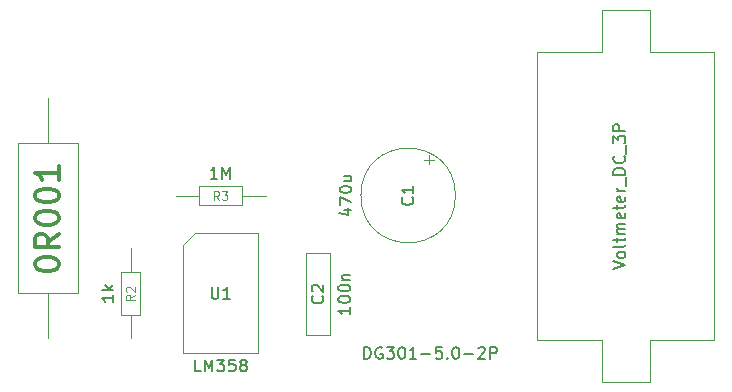
<source format=gbr>
%TF.GenerationSoftware,KiCad,Pcbnew,5.1.5+dfsg1-2build2*%
%TF.CreationDate,2020-09-04T09:29:52+02:00*%
%TF.ProjectId,amp-meter-dc,616d702d-6d65-4746-9572-2d64632e6b69,rev?*%
%TF.SameCoordinates,PX1dac6f8PY6049a88*%
%TF.FileFunction,Other,Fab,Top*%
%FSLAX46Y46*%
G04 Gerber Fmt 4.6, Leading zero omitted, Abs format (unit mm)*
G04 Created by KiCad (PCBNEW 5.1.5+dfsg1-2build2) date 2020-09-04 09:29:52*
%MOMM*%
%LPD*%
G04 APERTURE LIST*
%ADD10C,0.120000*%
%ADD11C,0.100000*%
%ADD12C,0.150000*%
%ADD13C,0.300000*%
%ADD14C,0.108000*%
G04 APERTURE END LIST*
D10*
%TO.C,U2*%
X60840000Y4318000D02*
X55372000Y4318000D01*
X60840000Y28702000D02*
X60840000Y4318000D01*
X55372000Y28702000D02*
X60840000Y28702000D01*
X45840000Y28702000D02*
X51308000Y28702000D01*
X45840000Y4318000D02*
X45840000Y28702000D01*
X51308000Y4318000D02*
X45840000Y4318000D01*
X51308000Y32258000D02*
X51308000Y28702000D01*
X55372000Y32258000D02*
X51308000Y32258000D01*
X55372000Y28702000D02*
X55372000Y32258000D01*
X51308000Y762000D02*
X51308000Y4318000D01*
X55372000Y762000D02*
X51308000Y762000D01*
X55372000Y4318000D02*
X55372000Y762000D01*
%TO.C,R1*%
X4445000Y6985000D02*
X4445000Y4445000D01*
X1905000Y20955000D02*
X4445000Y20955000D01*
X1905000Y8255000D02*
X1905000Y20955000D01*
X6985000Y8255000D02*
X1905000Y8255000D01*
X6985000Y20955000D02*
X6985000Y8255000D01*
X4445000Y20955000D02*
X6985000Y20955000D01*
X4445000Y24765000D02*
X4445000Y20955000D01*
X1905000Y20955000D02*
X4445000Y20955000D01*
X1905000Y8255000D02*
X1905000Y20955000D01*
X6985000Y8255000D02*
X1905000Y8255000D01*
X6985000Y20955000D02*
X6985000Y8255000D01*
X4445000Y20955000D02*
X6985000Y20955000D01*
X4445000Y4445000D02*
X4445000Y8255000D01*
X4445000Y24765000D02*
X4445000Y20955000D01*
D11*
%TO.C,C1*%
X38925000Y16550000D02*
G75*
G03X38925000Y16550000I-4000000J0D01*
G01*
X36672500Y19976759D02*
X36672500Y19176759D01*
X37072500Y19576759D02*
X36272500Y19576759D01*
%TO.C,C2*%
X26305000Y4715000D02*
X28305000Y4715000D01*
X28305000Y4715000D02*
X28305000Y11715000D01*
X28305000Y11715000D02*
X26305000Y11715000D01*
X26305000Y11715000D02*
X26305000Y4715000D01*
%TO.C,R2*%
X12230000Y10055000D02*
X10630000Y10055000D01*
X10630000Y10055000D02*
X10630000Y6455000D01*
X10630000Y6455000D02*
X12230000Y6455000D01*
X12230000Y6455000D02*
X12230000Y10055000D01*
X11430000Y12065000D02*
X11430000Y10055000D01*
X11430000Y4445000D02*
X11430000Y6455000D01*
%TO.C,R3*%
X15240000Y16510000D02*
X17250000Y16510000D01*
X22860000Y16510000D02*
X20850000Y16510000D01*
X17250000Y15710000D02*
X20850000Y15710000D01*
X17250000Y17310000D02*
X17250000Y15710000D01*
X20850000Y17310000D02*
X17250000Y17310000D01*
X20850000Y15710000D02*
X20850000Y17310000D01*
%TO.C,U1*%
X16875000Y13335000D02*
X22225000Y13335000D01*
X22225000Y13335000D02*
X22225000Y3175000D01*
X22225000Y3175000D02*
X15875000Y3175000D01*
X15875000Y3175000D02*
X15875000Y12335000D01*
X15875000Y12335000D02*
X16875000Y13335000D01*
%TD*%
%TO.C,U2*%
D12*
X52292380Y10319524D02*
X53292380Y10652858D01*
X52292380Y10986191D01*
X53292380Y11462381D02*
X53244761Y11367143D01*
X53197142Y11319524D01*
X53101904Y11271905D01*
X52816190Y11271905D01*
X52720952Y11319524D01*
X52673333Y11367143D01*
X52625714Y11462381D01*
X52625714Y11605239D01*
X52673333Y11700477D01*
X52720952Y11748096D01*
X52816190Y11795715D01*
X53101904Y11795715D01*
X53197142Y11748096D01*
X53244761Y11700477D01*
X53292380Y11605239D01*
X53292380Y11462381D01*
X53292380Y12367143D02*
X53244761Y12271905D01*
X53149523Y12224286D01*
X52292380Y12224286D01*
X52625714Y12605239D02*
X52625714Y12986191D01*
X52292380Y12748096D02*
X53149523Y12748096D01*
X53244761Y12795715D01*
X53292380Y12890953D01*
X53292380Y12986191D01*
X53292380Y13319524D02*
X52625714Y13319524D01*
X52720952Y13319524D02*
X52673333Y13367143D01*
X52625714Y13462381D01*
X52625714Y13605239D01*
X52673333Y13700477D01*
X52768571Y13748096D01*
X53292380Y13748096D01*
X52768571Y13748096D02*
X52673333Y13795715D01*
X52625714Y13890953D01*
X52625714Y14033810D01*
X52673333Y14129048D01*
X52768571Y14176667D01*
X53292380Y14176667D01*
X53244761Y15033810D02*
X53292380Y14938572D01*
X53292380Y14748096D01*
X53244761Y14652858D01*
X53149523Y14605239D01*
X52768571Y14605239D01*
X52673333Y14652858D01*
X52625714Y14748096D01*
X52625714Y14938572D01*
X52673333Y15033810D01*
X52768571Y15081429D01*
X52863809Y15081429D01*
X52959047Y14605239D01*
X52625714Y15367143D02*
X52625714Y15748096D01*
X52292380Y15510000D02*
X53149523Y15510000D01*
X53244761Y15557620D01*
X53292380Y15652858D01*
X53292380Y15748096D01*
X53244761Y16462381D02*
X53292380Y16367143D01*
X53292380Y16176667D01*
X53244761Y16081429D01*
X53149523Y16033810D01*
X52768571Y16033810D01*
X52673333Y16081429D01*
X52625714Y16176667D01*
X52625714Y16367143D01*
X52673333Y16462381D01*
X52768571Y16510000D01*
X52863809Y16510000D01*
X52959047Y16033810D01*
X53292380Y16938572D02*
X52625714Y16938572D01*
X52816190Y16938572D02*
X52720952Y16986191D01*
X52673333Y17033810D01*
X52625714Y17129048D01*
X52625714Y17224286D01*
X53387619Y17319524D02*
X53387619Y18081429D01*
X53292380Y18319524D02*
X52292380Y18319524D01*
X52292380Y18557620D01*
X52340000Y18700477D01*
X52435238Y18795715D01*
X52530476Y18843334D01*
X52720952Y18890953D01*
X52863809Y18890953D01*
X53054285Y18843334D01*
X53149523Y18795715D01*
X53244761Y18700477D01*
X53292380Y18557620D01*
X53292380Y18319524D01*
X53197142Y19890953D02*
X53244761Y19843334D01*
X53292380Y19700477D01*
X53292380Y19605239D01*
X53244761Y19462381D01*
X53149523Y19367143D01*
X53054285Y19319524D01*
X52863809Y19271905D01*
X52720952Y19271905D01*
X52530476Y19319524D01*
X52435238Y19367143D01*
X52340000Y19462381D01*
X52292380Y19605239D01*
X52292380Y19700477D01*
X52340000Y19843334D01*
X52387619Y19890953D01*
X53387619Y20081429D02*
X53387619Y20843334D01*
X52292380Y20986191D02*
X52292380Y21605239D01*
X52673333Y21271905D01*
X52673333Y21414762D01*
X52720952Y21510000D01*
X52768571Y21557620D01*
X52863809Y21605239D01*
X53101904Y21605239D01*
X53197142Y21557620D01*
X53244761Y21510000D01*
X53292380Y21414762D01*
X53292380Y21129048D01*
X53244761Y21033810D01*
X53197142Y20986191D01*
X53292380Y22033810D02*
X52292380Y22033810D01*
X52292380Y22414762D01*
X52340000Y22510000D01*
X52387619Y22557620D01*
X52482857Y22605239D01*
X52625714Y22605239D01*
X52720952Y22557620D01*
X52768571Y22510000D01*
X52816190Y22414762D01*
X52816190Y22033810D01*
%TO.C,R1*%
D13*
X3349761Y10652620D02*
X3349761Y10843096D01*
X3445000Y11033572D01*
X3540238Y11128810D01*
X3730714Y11224048D01*
X4111666Y11319286D01*
X4587857Y11319286D01*
X4968809Y11224048D01*
X5159285Y11128810D01*
X5254523Y11033572D01*
X5349761Y10843096D01*
X5349761Y10652620D01*
X5254523Y10462143D01*
X5159285Y10366905D01*
X4968809Y10271667D01*
X4587857Y10176429D01*
X4111666Y10176429D01*
X3730714Y10271667D01*
X3540238Y10366905D01*
X3445000Y10462143D01*
X3349761Y10652620D01*
X5349761Y13319286D02*
X4397380Y12652620D01*
X5349761Y12176429D02*
X3349761Y12176429D01*
X3349761Y12938334D01*
X3445000Y13128810D01*
X3540238Y13224048D01*
X3730714Y13319286D01*
X4016428Y13319286D01*
X4206904Y13224048D01*
X4302142Y13128810D01*
X4397380Y12938334D01*
X4397380Y12176429D01*
X3349761Y14557381D02*
X3349761Y14747858D01*
X3445000Y14938334D01*
X3540238Y15033572D01*
X3730714Y15128810D01*
X4111666Y15224048D01*
X4587857Y15224048D01*
X4968809Y15128810D01*
X5159285Y15033572D01*
X5254523Y14938334D01*
X5349761Y14747858D01*
X5349761Y14557381D01*
X5254523Y14366905D01*
X5159285Y14271667D01*
X4968809Y14176429D01*
X4587857Y14081191D01*
X4111666Y14081191D01*
X3730714Y14176429D01*
X3540238Y14271667D01*
X3445000Y14366905D01*
X3349761Y14557381D01*
X3349761Y16462143D02*
X3349761Y16652620D01*
X3445000Y16843096D01*
X3540238Y16938334D01*
X3730714Y17033572D01*
X4111666Y17128810D01*
X4587857Y17128810D01*
X4968809Y17033572D01*
X5159285Y16938334D01*
X5254523Y16843096D01*
X5349761Y16652620D01*
X5349761Y16462143D01*
X5254523Y16271667D01*
X5159285Y16176429D01*
X4968809Y16081191D01*
X4587857Y15985953D01*
X4111666Y15985953D01*
X3730714Y16081191D01*
X3540238Y16176429D01*
X3445000Y16271667D01*
X3349761Y16462143D01*
X5349761Y19033572D02*
X5349761Y17890715D01*
X5349761Y18462143D02*
X3349761Y18462143D01*
X3635476Y18271667D01*
X3825952Y18081191D01*
X3921190Y17890715D01*
%TO.C,C1*%
D12*
X29460714Y15335715D02*
X30127380Y15335715D01*
X29079761Y15097620D02*
X29794047Y14859524D01*
X29794047Y15478572D01*
X29127380Y15764286D02*
X29127380Y16430953D01*
X30127380Y16002381D01*
X29127380Y17002381D02*
X29127380Y17097620D01*
X29175000Y17192858D01*
X29222619Y17240477D01*
X29317857Y17288096D01*
X29508333Y17335715D01*
X29746428Y17335715D01*
X29936904Y17288096D01*
X30032142Y17240477D01*
X30079761Y17192858D01*
X30127380Y17097620D01*
X30127380Y17002381D01*
X30079761Y16907143D01*
X30032142Y16859524D01*
X29936904Y16811905D01*
X29746428Y16764286D01*
X29508333Y16764286D01*
X29317857Y16811905D01*
X29222619Y16859524D01*
X29175000Y16907143D01*
X29127380Y17002381D01*
X29460714Y18192858D02*
X30127380Y18192858D01*
X29460714Y17764286D02*
X29984523Y17764286D01*
X30079761Y17811905D01*
X30127380Y17907143D01*
X30127380Y18050000D01*
X30079761Y18145239D01*
X30032142Y18192858D01*
X35282142Y16383334D02*
X35329761Y16335715D01*
X35377380Y16192858D01*
X35377380Y16097620D01*
X35329761Y15954762D01*
X35234523Y15859524D01*
X35139285Y15811905D01*
X34948809Y15764286D01*
X34805952Y15764286D01*
X34615476Y15811905D01*
X34520238Y15859524D01*
X34425000Y15954762D01*
X34377380Y16097620D01*
X34377380Y16192858D01*
X34425000Y16335715D01*
X34472619Y16383334D01*
X35377380Y17335715D02*
X35377380Y16764286D01*
X35377380Y17050000D02*
X34377380Y17050000D01*
X34520238Y16954762D01*
X34615476Y16859524D01*
X34663095Y16764286D01*
%TO.C,C2*%
X30007380Y7095953D02*
X30007380Y6524524D01*
X30007380Y6810239D02*
X29007380Y6810239D01*
X29150238Y6715000D01*
X29245476Y6619762D01*
X29293095Y6524524D01*
X29007380Y7715000D02*
X29007380Y7810239D01*
X29055000Y7905477D01*
X29102619Y7953096D01*
X29197857Y8000715D01*
X29388333Y8048334D01*
X29626428Y8048334D01*
X29816904Y8000715D01*
X29912142Y7953096D01*
X29959761Y7905477D01*
X30007380Y7810239D01*
X30007380Y7715000D01*
X29959761Y7619762D01*
X29912142Y7572143D01*
X29816904Y7524524D01*
X29626428Y7476905D01*
X29388333Y7476905D01*
X29197857Y7524524D01*
X29102619Y7572143D01*
X29055000Y7619762D01*
X29007380Y7715000D01*
X29007380Y8667381D02*
X29007380Y8762620D01*
X29055000Y8857858D01*
X29102619Y8905477D01*
X29197857Y8953096D01*
X29388333Y9000715D01*
X29626428Y9000715D01*
X29816904Y8953096D01*
X29912142Y8905477D01*
X29959761Y8857858D01*
X30007380Y8762620D01*
X30007380Y8667381D01*
X29959761Y8572143D01*
X29912142Y8524524D01*
X29816904Y8476905D01*
X29626428Y8429286D01*
X29388333Y8429286D01*
X29197857Y8476905D01*
X29102619Y8524524D01*
X29055000Y8572143D01*
X29007380Y8667381D01*
X29340714Y9429286D02*
X30007380Y9429286D01*
X29435952Y9429286D02*
X29388333Y9476905D01*
X29340714Y9572143D01*
X29340714Y9715000D01*
X29388333Y9810239D01*
X29483571Y9857858D01*
X30007380Y9857858D01*
X27662142Y8048334D02*
X27709761Y8000715D01*
X27757380Y7857858D01*
X27757380Y7762620D01*
X27709761Y7619762D01*
X27614523Y7524524D01*
X27519285Y7476905D01*
X27328809Y7429286D01*
X27185952Y7429286D01*
X26995476Y7476905D01*
X26900238Y7524524D01*
X26805000Y7619762D01*
X26757380Y7762620D01*
X26757380Y7857858D01*
X26805000Y8000715D01*
X26852619Y8048334D01*
X26852619Y8429286D02*
X26805000Y8476905D01*
X26757380Y8572143D01*
X26757380Y8810239D01*
X26805000Y8905477D01*
X26852619Y8953096D01*
X26947857Y9000715D01*
X27043095Y9000715D01*
X27185952Y8953096D01*
X27757380Y8381667D01*
X27757380Y9000715D01*
%TO.C,J1*%
X31194761Y2722620D02*
X31194761Y3722620D01*
X31432857Y3722620D01*
X31575714Y3675000D01*
X31670952Y3579762D01*
X31718571Y3484524D01*
X31766190Y3294048D01*
X31766190Y3151191D01*
X31718571Y2960715D01*
X31670952Y2865477D01*
X31575714Y2770239D01*
X31432857Y2722620D01*
X31194761Y2722620D01*
X32718571Y3675000D02*
X32623333Y3722620D01*
X32480476Y3722620D01*
X32337619Y3675000D01*
X32242380Y3579762D01*
X32194761Y3484524D01*
X32147142Y3294048D01*
X32147142Y3151191D01*
X32194761Y2960715D01*
X32242380Y2865477D01*
X32337619Y2770239D01*
X32480476Y2722620D01*
X32575714Y2722620D01*
X32718571Y2770239D01*
X32766190Y2817858D01*
X32766190Y3151191D01*
X32575714Y3151191D01*
X33099523Y3722620D02*
X33718571Y3722620D01*
X33385238Y3341667D01*
X33528095Y3341667D01*
X33623333Y3294048D01*
X33670952Y3246429D01*
X33718571Y3151191D01*
X33718571Y2913096D01*
X33670952Y2817858D01*
X33623333Y2770239D01*
X33528095Y2722620D01*
X33242380Y2722620D01*
X33147142Y2770239D01*
X33099523Y2817858D01*
X34337619Y3722620D02*
X34432857Y3722620D01*
X34528095Y3675000D01*
X34575714Y3627381D01*
X34623333Y3532143D01*
X34670952Y3341667D01*
X34670952Y3103572D01*
X34623333Y2913096D01*
X34575714Y2817858D01*
X34528095Y2770239D01*
X34432857Y2722620D01*
X34337619Y2722620D01*
X34242380Y2770239D01*
X34194761Y2817858D01*
X34147142Y2913096D01*
X34099523Y3103572D01*
X34099523Y3341667D01*
X34147142Y3532143D01*
X34194761Y3627381D01*
X34242380Y3675000D01*
X34337619Y3722620D01*
X35623333Y2722620D02*
X35051904Y2722620D01*
X35337619Y2722620D02*
X35337619Y3722620D01*
X35242380Y3579762D01*
X35147142Y3484524D01*
X35051904Y3436905D01*
X36051904Y3103572D02*
X36813809Y3103572D01*
X37766190Y3722620D02*
X37290000Y3722620D01*
X37242380Y3246429D01*
X37290000Y3294048D01*
X37385238Y3341667D01*
X37623333Y3341667D01*
X37718571Y3294048D01*
X37766190Y3246429D01*
X37813809Y3151191D01*
X37813809Y2913096D01*
X37766190Y2817858D01*
X37718571Y2770239D01*
X37623333Y2722620D01*
X37385238Y2722620D01*
X37290000Y2770239D01*
X37242380Y2817858D01*
X38242380Y2817858D02*
X38290000Y2770239D01*
X38242380Y2722620D01*
X38194761Y2770239D01*
X38242380Y2817858D01*
X38242380Y2722620D01*
X38909047Y3722620D02*
X39004285Y3722620D01*
X39099523Y3675000D01*
X39147142Y3627381D01*
X39194761Y3532143D01*
X39242380Y3341667D01*
X39242380Y3103572D01*
X39194761Y2913096D01*
X39147142Y2817858D01*
X39099523Y2770239D01*
X39004285Y2722620D01*
X38909047Y2722620D01*
X38813809Y2770239D01*
X38766190Y2817858D01*
X38718571Y2913096D01*
X38670952Y3103572D01*
X38670952Y3341667D01*
X38718571Y3532143D01*
X38766190Y3627381D01*
X38813809Y3675000D01*
X38909047Y3722620D01*
X39670952Y3103572D02*
X40432857Y3103572D01*
X40861428Y3627381D02*
X40909047Y3675000D01*
X41004285Y3722620D01*
X41242380Y3722620D01*
X41337619Y3675000D01*
X41385238Y3627381D01*
X41432857Y3532143D01*
X41432857Y3436905D01*
X41385238Y3294048D01*
X40813809Y2722620D01*
X41432857Y2722620D01*
X41861428Y2722620D02*
X41861428Y3722620D01*
X42242380Y3722620D01*
X42337619Y3675000D01*
X42385238Y3627381D01*
X42432857Y3532143D01*
X42432857Y3389286D01*
X42385238Y3294048D01*
X42337619Y3246429D01*
X42242380Y3198810D01*
X41861428Y3198810D01*
%TO.C,R2*%
X9962380Y8135953D02*
X9962380Y7564524D01*
X9962380Y7850239D02*
X8962380Y7850239D01*
X9105238Y7755000D01*
X9200476Y7659762D01*
X9248095Y7564524D01*
X9962380Y8564524D02*
X8962380Y8564524D01*
X9581428Y8659762D02*
X9962380Y8945477D01*
X9295714Y8945477D02*
X9676666Y8564524D01*
D14*
X11755714Y8135000D02*
X11412857Y7895000D01*
X11755714Y7723572D02*
X11035714Y7723572D01*
X11035714Y7997858D01*
X11070000Y8066429D01*
X11104285Y8100715D01*
X11172857Y8135000D01*
X11275714Y8135000D01*
X11344285Y8100715D01*
X11378571Y8066429D01*
X11412857Y7997858D01*
X11412857Y7723572D01*
X11104285Y8409286D02*
X11070000Y8443572D01*
X11035714Y8512143D01*
X11035714Y8683572D01*
X11070000Y8752143D01*
X11104285Y8786429D01*
X11172857Y8820715D01*
X11241428Y8820715D01*
X11344285Y8786429D01*
X11755714Y8375000D01*
X11755714Y8820715D01*
%TO.C,R3*%
D12*
X18764285Y17977620D02*
X18192857Y17977620D01*
X18478571Y17977620D02*
X18478571Y18977620D01*
X18383333Y18834762D01*
X18288095Y18739524D01*
X18192857Y18691905D01*
X19192857Y17977620D02*
X19192857Y18977620D01*
X19526190Y18263334D01*
X19859523Y18977620D01*
X19859523Y17977620D01*
D14*
X18930000Y16184286D02*
X18690000Y16527143D01*
X18518571Y16184286D02*
X18518571Y16904286D01*
X18792857Y16904286D01*
X18861428Y16870000D01*
X18895714Y16835715D01*
X18930000Y16767143D01*
X18930000Y16664286D01*
X18895714Y16595715D01*
X18861428Y16561429D01*
X18792857Y16527143D01*
X18518571Y16527143D01*
X19170000Y16904286D02*
X19615714Y16904286D01*
X19375714Y16630000D01*
X19478571Y16630000D01*
X19547142Y16595715D01*
X19581428Y16561429D01*
X19615714Y16492858D01*
X19615714Y16321429D01*
X19581428Y16252858D01*
X19547142Y16218572D01*
X19478571Y16184286D01*
X19272857Y16184286D01*
X19204285Y16218572D01*
X19170000Y16252858D01*
%TO.C,U1*%
D12*
X17359523Y1662620D02*
X16883333Y1662620D01*
X16883333Y2662620D01*
X17692857Y1662620D02*
X17692857Y2662620D01*
X18026190Y1948334D01*
X18359523Y2662620D01*
X18359523Y1662620D01*
X18740476Y2662620D02*
X19359523Y2662620D01*
X19026190Y2281667D01*
X19169047Y2281667D01*
X19264285Y2234048D01*
X19311904Y2186429D01*
X19359523Y2091191D01*
X19359523Y1853096D01*
X19311904Y1757858D01*
X19264285Y1710239D01*
X19169047Y1662620D01*
X18883333Y1662620D01*
X18788095Y1710239D01*
X18740476Y1757858D01*
X20264285Y2662620D02*
X19788095Y2662620D01*
X19740476Y2186429D01*
X19788095Y2234048D01*
X19883333Y2281667D01*
X20121428Y2281667D01*
X20216666Y2234048D01*
X20264285Y2186429D01*
X20311904Y2091191D01*
X20311904Y1853096D01*
X20264285Y1757858D01*
X20216666Y1710239D01*
X20121428Y1662620D01*
X19883333Y1662620D01*
X19788095Y1710239D01*
X19740476Y1757858D01*
X20883333Y2234048D02*
X20788095Y2281667D01*
X20740476Y2329286D01*
X20692857Y2424524D01*
X20692857Y2472143D01*
X20740476Y2567381D01*
X20788095Y2615000D01*
X20883333Y2662620D01*
X21073809Y2662620D01*
X21169047Y2615000D01*
X21216666Y2567381D01*
X21264285Y2472143D01*
X21264285Y2424524D01*
X21216666Y2329286D01*
X21169047Y2281667D01*
X21073809Y2234048D01*
X20883333Y2234048D01*
X20788095Y2186429D01*
X20740476Y2138810D01*
X20692857Y2043572D01*
X20692857Y1853096D01*
X20740476Y1757858D01*
X20788095Y1710239D01*
X20883333Y1662620D01*
X21073809Y1662620D01*
X21169047Y1710239D01*
X21216666Y1757858D01*
X21264285Y1853096D01*
X21264285Y2043572D01*
X21216666Y2138810D01*
X21169047Y2186429D01*
X21073809Y2234048D01*
X18288095Y8802620D02*
X18288095Y7993096D01*
X18335714Y7897858D01*
X18383333Y7850239D01*
X18478571Y7802620D01*
X18669047Y7802620D01*
X18764285Y7850239D01*
X18811904Y7897858D01*
X18859523Y7993096D01*
X18859523Y8802620D01*
X19859523Y7802620D02*
X19288095Y7802620D01*
X19573809Y7802620D02*
X19573809Y8802620D01*
X19478571Y8659762D01*
X19383333Y8564524D01*
X19288095Y8516905D01*
%TD*%
M02*

</source>
